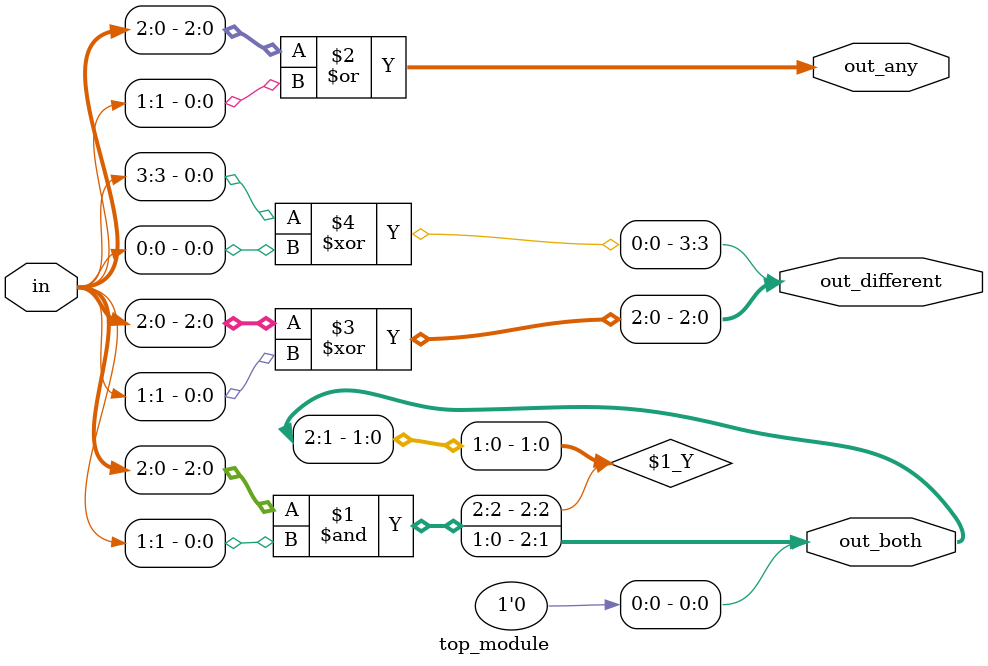
<source format=sv>
module top_module (
	input [3:0] in,
	output [2:0] out_both,
	output [3:1] out_any,
	output [3:0] out_different
);

	assign out_both = {in[2:0] & in[1], 1'b0};
	assign out_any = {1'b0, in[2:0] | in[1]};
	assign out_different = {in[3] ^ in[0], in[2:0] ^ in[1]};

endmodule

</source>
